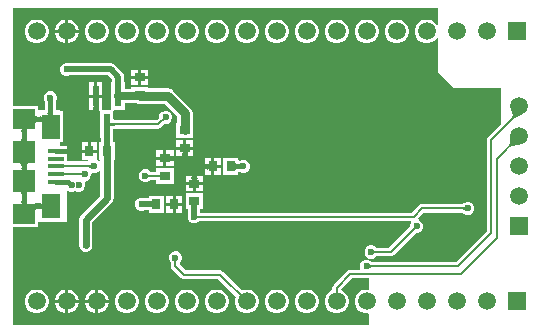
<source format=gbl>
G04*
G04 #@! TF.GenerationSoftware,Altium Limited,Altium Designer,22.4.2 (48)*
G04*
G04 Layer_Physical_Order=2*
G04 Layer_Color=16711680*
%FSLAX26Y26*%
%MOIN*%
G70*
G04*
G04 #@! TF.SameCoordinates,6CEC26E3-1FB6-4E6F-AFBB-73261986176E*
G04*
G04*
G04 #@! TF.FilePolarity,Positive*
G04*
G01*
G75*
%ADD11C,0.023622*%
%ADD13C,0.007874*%
%ADD14R,0.031496X0.037402*%
%ADD15R,0.037402X0.031496*%
%ADD29C,0.015748*%
%ADD30C,0.019685*%
%ADD31C,0.031496*%
%ADD32C,0.059055*%
%ADD33R,0.059055X0.059055*%
%ADD34R,0.059055X0.059055*%
%ADD35C,0.023622*%
%ADD36R,0.023622X0.070866*%
%ADD37R,0.074803X0.070866*%
%ADD38R,0.053150X0.015748*%
%ADD39R,0.062992X0.082677*%
%ADD40R,0.074803X0.074803*%
%ADD41C,0.027559*%
G36*
X1437992Y1024432D02*
X1432992Y1023092D01*
X1431630Y1025452D01*
X1424271Y1032811D01*
X1415257Y1038015D01*
X1405204Y1040709D01*
X1394796D01*
X1384743Y1038015D01*
X1375729Y1032811D01*
X1368370Y1025452D01*
X1363166Y1016438D01*
X1360473Y1006385D01*
Y995977D01*
X1363166Y985924D01*
X1368370Y976911D01*
X1375729Y969551D01*
X1384743Y964347D01*
X1394796Y961654D01*
X1405204D01*
X1415257Y964347D01*
X1424271Y969551D01*
X1431630Y976911D01*
X1432992Y979270D01*
X1437992Y977930D01*
Y864173D01*
X1489173Y812992D01*
X1646653D01*
X1648622Y811024D01*
Y693324D01*
X1605110Y649812D01*
X1602029Y645202D01*
X1600947Y639764D01*
Y333642D01*
X1558644Y291339D01*
X1558071D01*
X1499446Y232714D01*
X1217370D01*
X1217312Y232726D01*
X1217126Y232781D01*
X1216935Y232857D01*
X1216724Y232960D01*
X1216484Y233104D01*
X1216204Y233303D01*
X1215882Y233570D01*
X1215278Y234147D01*
X1214532Y234621D01*
X1212158Y236994D01*
X1204142Y240315D01*
X1195465D01*
X1187448Y236994D01*
X1181313Y230859D01*
X1177992Y222842D01*
Y219488D01*
Y214165D01*
X1179187Y211281D01*
X1176409Y207123D01*
X1145669D01*
X1140231Y206042D01*
X1135621Y202961D01*
X1089952Y157292D01*
X1086872Y152682D01*
X1085790Y147244D01*
Y138296D01*
X1084743Y138015D01*
X1075729Y132811D01*
X1068370Y125452D01*
X1063166Y116438D01*
X1060473Y106385D01*
Y95977D01*
X1063166Y85924D01*
X1068370Y76911D01*
X1075729Y69551D01*
X1084743Y64347D01*
X1094796Y61654D01*
X1105204D01*
X1115257Y64347D01*
X1124271Y69551D01*
X1131630Y76911D01*
X1136834Y85924D01*
X1139527Y95977D01*
Y106385D01*
X1136834Y116438D01*
X1131630Y125452D01*
X1124271Y132811D01*
X1116491Y137303D01*
X1115696Y141563D01*
X1115877Y143025D01*
X1151555Y178703D01*
X1208661D01*
Y143362D01*
X1205204Y140709D01*
X1194796D01*
X1184743Y138015D01*
X1175729Y132811D01*
X1168370Y125452D01*
X1163166Y116438D01*
X1160473Y106385D01*
Y95977D01*
X1163166Y85924D01*
X1168370Y76911D01*
X1175729Y69551D01*
X1184743Y64347D01*
X1194796Y61654D01*
X1205204D01*
X1208661Y59001D01*
Y22238D01*
X22238D01*
Y348268D01*
X105472D01*
Y364173D01*
X200787D01*
Y467543D01*
X205787Y470017D01*
X212197Y467362D01*
X220874D01*
X228346Y470457D01*
X235819Y467362D01*
X244496D01*
X252512Y470683D01*
X258648Y476818D01*
X261969Y484835D01*
Y493512D01*
X259786Y498779D01*
X262929Y503780D01*
X265165D01*
X273182Y507100D01*
X279317Y513236D01*
X282638Y521252D01*
Y525765D01*
X287000Y529370D01*
X295677D01*
X303693Y532691D01*
X307407Y536404D01*
X312407Y534333D01*
Y454093D01*
X248055Y389741D01*
X243234Y382526D01*
X241541Y374016D01*
X241541Y374015D01*
Y331693D01*
Y288386D01*
X241969Y286238D01*
Y284047D01*
X242807Y282024D01*
X243234Y279876D01*
X244451Y278055D01*
X245289Y276031D01*
X246838Y274482D01*
X248055Y272661D01*
X249876Y271444D01*
X251425Y269895D01*
X253448Y269057D01*
X255269Y267840D01*
X257417Y267413D01*
X259441Y266575D01*
X261631D01*
X263779Y266147D01*
X265928Y266575D01*
X268118D01*
X270142Y267413D01*
X272290Y267840D01*
X274111Y269057D01*
X276134Y269895D01*
X277683Y271444D01*
X279504Y272661D01*
X280721Y274482D01*
X282270Y276031D01*
X283108Y278055D01*
X284325Y279876D01*
X284752Y282024D01*
X285591Y284047D01*
Y286238D01*
X286018Y288386D01*
Y331693D01*
Y364804D01*
X350370Y429157D01*
X350371Y429157D01*
X355191Y436372D01*
X356884Y444882D01*
Y567913D01*
Y573661D01*
X360394D01*
Y631063D01*
X354385D01*
Y645512D01*
X355472D01*
Y676546D01*
X358389Y676735D01*
X505906D01*
X511343Y677817D01*
X515953Y680897D01*
X528797Y693740D01*
X534850D01*
X542867Y697061D01*
X548228Y702422D01*
X549002Y703196D01*
X552323Y711213D01*
Y719890D01*
X549002Y727906D01*
X542867Y734042D01*
X534850Y737362D01*
X526173D01*
X518157Y734042D01*
X512021Y727906D01*
X508701Y719890D01*
Y713836D01*
X500019Y705155D01*
X360435D01*
X355472Y709202D01*
Y736378D01*
X358799Y740000D01*
X392874D01*
Y740000D01*
Y761188D01*
X434164D01*
X436192Y760348D01*
X442913Y759463D01*
X525660D01*
X556066Y729057D01*
X567534Y717589D01*
Y697008D01*
X564803D01*
Y645512D01*
X591816D01*
X593504Y645290D01*
X595192Y645512D01*
X622205D01*
Y697008D01*
X619474D01*
Y728346D01*
X618589Y735068D01*
X615995Y741332D01*
X611868Y746710D01*
X554781Y803797D01*
X549402Y807924D01*
X548228Y808410D01*
X543139Y810518D01*
X536417Y811403D01*
X471614D01*
Y814134D01*
X414213D01*
Y809678D01*
X392874D01*
Y830866D01*
X391294D01*
Y850394D01*
X389754Y858136D01*
X385368Y864699D01*
X360762Y889306D01*
X354199Y893691D01*
X346457Y895231D01*
X208940D01*
X205126Y896811D01*
X196449D01*
X188433Y893490D01*
X182297Y887355D01*
X178976Y879338D01*
Y870662D01*
X182297Y862645D01*
X188433Y856510D01*
X196449Y853189D01*
X205126D01*
X208940Y854769D01*
X338077D01*
X350832Y842014D01*
Y830866D01*
X349252D01*
Y795593D01*
X348663Y794711D01*
X346817Y785433D01*
X348663Y776155D01*
X349252Y775274D01*
Y743189D01*
X345002Y738189D01*
X322321D01*
X318071Y740000D01*
X318071Y743189D01*
Y780433D01*
X301260D01*
Y750120D01*
X307951D01*
X307226Y749963D01*
X306577Y749490D01*
X306004Y748703D01*
X305508Y747600D01*
X305088Y746183D01*
X304745Y744451D01*
X304477Y742404D01*
X304332Y740000D01*
X308524D01*
X311850Y736378D01*
Y645512D01*
X313922D01*
Y631063D01*
X308898D01*
Y573661D01*
X312407D01*
Y567913D01*
X305452D01*
X303718Y569647D01*
X302927Y570982D01*
X301339Y573696D01*
X301339Y576059D01*
Y597362D01*
X275591D01*
X249843D01*
Y573661D01*
X271060D01*
X273551Y568661D01*
X272987Y567913D01*
X200945D01*
Y597362D01*
X164370D01*
Y607362D01*
X200945D01*
Y620236D01*
X177165D01*
Y631732D01*
X188150D01*
Y734409D01*
X177165D01*
Y738189D01*
X163893D01*
Y766906D01*
X164160Y767173D01*
X167480Y775189D01*
Y783866D01*
X164160Y791883D01*
X158024Y798018D01*
X150008Y801339D01*
X141331D01*
X133314Y798018D01*
X127179Y791883D01*
X123858Y783866D01*
Y775189D01*
X127179Y767173D01*
X127411Y766941D01*
X127445Y766291D01*
Y738189D01*
X105472D01*
Y754094D01*
X22238D01*
Y1080124D01*
X1437992D01*
Y1024432D01*
D02*
G37*
G36*
X153862Y770949D02*
X153795Y770671D01*
X153736Y770260D01*
X153642Y769036D01*
X153547Y764985D01*
X153543Y763638D01*
X137795D01*
X137402Y771093D01*
X153937D01*
X153862Y770949D01*
D02*
G37*
G36*
X153622Y737023D02*
X153858Y734325D01*
X154252Y731945D01*
X154803Y729882D01*
X155512Y728136D01*
X156378Y726708D01*
X157402Y725598D01*
X158583Y724804D01*
X159921Y724328D01*
X161417Y724169D01*
X129921D01*
X131417Y724328D01*
X132756Y724804D01*
X133937Y725598D01*
X134961Y726708D01*
X135827Y728136D01*
X136536Y729882D01*
X137087Y731945D01*
X137480Y734325D01*
X137717Y737023D01*
X137795Y740038D01*
X153543D01*
X153622Y737023D01*
D02*
G37*
G36*
X1720657Y724200D02*
X1689014Y708053D01*
X1682361Y712535D01*
X1683845Y714279D01*
X1684994Y716207D01*
X1685808Y718318D01*
X1686286Y720614D01*
X1686430Y723093D01*
X1686238Y725756D01*
X1685710Y728604D01*
X1684848Y731635D01*
X1683650Y734850D01*
X1682117Y738248D01*
X1720657Y724200D01*
D02*
G37*
G36*
X345312Y698071D02*
X345552Y697402D01*
X345952Y696811D01*
X346511Y696299D01*
X347231Y695866D01*
X347867Y695610D01*
X352547Y695154D01*
X358780Y694912D01*
X362367Y694882D01*
Y687008D01*
X358780Y686978D01*
X347839Y686269D01*
X347231Y686024D01*
X346511Y685591D01*
X345952Y685079D01*
X345552Y684488D01*
X345312Y683819D01*
X345232Y683071D01*
Y685845D01*
X343847Y685525D01*
X342457Y685071D01*
X341380Y684556D01*
X340617Y683981D01*
Y697909D01*
X341380Y697334D01*
X342457Y696819D01*
X343847Y696365D01*
X345232Y696045D01*
Y698819D01*
X345312Y698071D01*
D02*
G37*
G36*
X95510Y722913D02*
X95982Y721575D01*
X96770Y720394D01*
X97872Y719370D01*
X99289Y718504D01*
X101022Y717795D01*
X103069Y717244D01*
X105330Y716867D01*
X107561Y717233D01*
X109608Y717776D01*
X111341Y718474D01*
X112758Y719327D01*
X113860Y720335D01*
X114648Y721498D01*
X115120Y722816D01*
X115278Y724289D01*
X115398Y692913D01*
X115234Y694409D01*
X114753Y695748D01*
X113957Y696929D01*
X112844Y697953D01*
X111415Y698819D01*
X109671Y699528D01*
X107610Y700079D01*
X105332Y700456D01*
X103069Y700079D01*
X101022Y699528D01*
X99289Y698819D01*
X97872Y697953D01*
X96770Y696929D01*
X95982Y695748D01*
X95510Y694409D01*
X95352Y692913D01*
Y724409D01*
X95510Y722913D01*
D02*
G37*
G36*
X72323Y673310D02*
X70984Y672834D01*
X69803Y672040D01*
X68779Y670929D01*
X67913Y669501D01*
X67205Y667756D01*
X66654Y665693D01*
X66260Y663313D01*
X66024Y660615D01*
X65945Y657600D01*
X50197D01*
X50118Y660615D01*
X49882Y663313D01*
X49488Y665693D01*
X48937Y667756D01*
X48228Y669501D01*
X47362Y670929D01*
X46339Y672040D01*
X45157Y672834D01*
X43819Y673310D01*
X42323Y673468D01*
X73819D01*
X72323Y673310D01*
D02*
G37*
G36*
X66024Y648440D02*
X66260Y645742D01*
X66654Y643362D01*
X67205Y641299D01*
X67913Y639554D01*
X68779Y638126D01*
X69803Y637015D01*
X70984Y636221D01*
X72323Y635745D01*
X73819Y635587D01*
X42323D01*
X43819Y635745D01*
X45157Y636221D01*
X46339Y637015D01*
X47362Y638126D01*
X48228Y639554D01*
X48937Y641299D01*
X49488Y643362D01*
X49882Y645742D01*
X50118Y648440D01*
X50197Y651455D01*
X65945D01*
X66024Y648440D01*
D02*
G37*
G36*
X1708366Y621655D02*
X1703848Y621632D01*
X1695813Y621170D01*
X1692298Y620731D01*
X1689117Y620153D01*
X1686270Y619435D01*
X1683757Y618579D01*
X1681579Y617584D01*
X1679735Y616450D01*
X1678225Y615177D01*
X1672657Y620745D01*
X1673930Y622254D01*
X1675064Y624098D01*
X1676060Y626277D01*
X1676916Y628789D01*
X1677633Y631636D01*
X1678211Y634817D01*
X1678651Y638333D01*
X1679113Y646367D01*
X1679135Y650886D01*
X1708366Y621655D01*
D02*
G37*
G36*
X282904Y542913D02*
X282042Y543736D01*
X281154Y544472D01*
X280240Y545122D01*
X279300Y545685D01*
X278334Y546161D01*
X277343Y546551D01*
X276325Y546854D01*
X275282Y547071D01*
X274212Y547201D01*
X273116Y547244D01*
Y555118D01*
X274212Y555161D01*
X275282Y555291D01*
X276325Y555508D01*
X277343Y555811D01*
X278334Y556201D01*
X279300Y556677D01*
X280240Y557240D01*
X281154Y557890D01*
X282042Y558626D01*
X282904Y559449D01*
Y542913D01*
D02*
G37*
G36*
X72323Y561105D02*
X70984Y560629D01*
X69803Y559836D01*
X68779Y558725D01*
X67913Y557297D01*
X67205Y555551D01*
X66654Y553488D01*
X66272Y551181D01*
X66654Y548874D01*
X67205Y546811D01*
X67913Y545066D01*
X68779Y543637D01*
X69803Y542527D01*
X70984Y541733D01*
X72323Y541257D01*
X73819Y541098D01*
X42323D01*
X43819Y541257D01*
X45157Y541733D01*
X46339Y542527D01*
X47362Y543637D01*
X48228Y545066D01*
X48937Y546811D01*
X49488Y548874D01*
X49870Y551181D01*
X49488Y553488D01*
X48937Y555551D01*
X48228Y557297D01*
X47362Y558725D01*
X46339Y559836D01*
X45157Y560629D01*
X43819Y561105D01*
X42323Y561264D01*
X73819D01*
X72323Y561105D01*
D02*
G37*
G36*
Y466617D02*
X70984Y466141D01*
X69803Y465347D01*
X68779Y464237D01*
X67913Y462808D01*
X67205Y461063D01*
X66654Y459000D01*
X66260Y456620D01*
X66024Y453922D01*
X65945Y450908D01*
X50197D01*
X50118Y453922D01*
X49882Y456620D01*
X49488Y459000D01*
X48937Y461063D01*
X48228Y462808D01*
X47362Y464237D01*
X46339Y465347D01*
X45157Y466141D01*
X43819Y466617D01*
X42323Y466776D01*
X73819D01*
X72323Y466617D01*
D02*
G37*
G36*
X66024Y441747D02*
X66260Y439049D01*
X66654Y436669D01*
X67205Y434606D01*
X67913Y432861D01*
X68779Y431433D01*
X69803Y430322D01*
X70984Y429529D01*
X72323Y429053D01*
X73819Y428894D01*
X42323D01*
X43819Y429053D01*
X45157Y429529D01*
X46339Y430322D01*
X47362Y431433D01*
X48228Y432861D01*
X48937Y434606D01*
X49488Y436669D01*
X49882Y439049D01*
X50118Y441747D01*
X50197Y444762D01*
X65945D01*
X66024Y441747D01*
D02*
G37*
G36*
X115398Y403543D02*
X115239Y405039D01*
X114763Y406378D01*
X113969Y407559D01*
X112859Y408583D01*
X111431Y409449D01*
X109685Y410158D01*
X107622Y410709D01*
X105337Y411087D01*
X103069Y410709D01*
X101022Y410158D01*
X99289Y409449D01*
X97872Y408583D01*
X96770Y407559D01*
X95982Y406378D01*
X95510Y405039D01*
X95352Y403543D01*
Y429014D01*
X95510Y428663D01*
X95982Y428348D01*
X96770Y428071D01*
X97872Y427831D01*
X99289Y427627D01*
X103069Y427332D01*
X103454Y427324D01*
X105242Y427480D01*
X107622Y427874D01*
X109685Y428425D01*
X111431Y429134D01*
X112859Y430000D01*
X113969Y431024D01*
X114763Y432205D01*
X115239Y433543D01*
X115398Y435039D01*
Y403543D01*
D02*
G37*
G36*
X1209100Y225949D02*
X1209988Y225213D01*
X1210902Y224563D01*
X1211841Y224000D01*
X1212807Y223524D01*
X1213799Y223134D01*
X1214816Y222831D01*
X1215860Y222614D01*
X1216930Y222484D01*
X1218025Y222441D01*
Y214567D01*
X1216930Y214524D01*
X1215860Y214394D01*
X1214816Y214177D01*
X1213799Y213874D01*
X1212807Y213484D01*
X1211841Y213008D01*
X1210902Y212445D01*
X1209988Y211795D01*
X1209100Y211059D01*
X1208238Y210236D01*
Y226772D01*
X1209100Y225949D01*
D02*
G37*
%LPC*%
G36*
X205204Y1040709D02*
X205000D01*
Y1006181D01*
X239528D01*
Y1006385D01*
X236834Y1016438D01*
X231630Y1025452D01*
X224270Y1032811D01*
X215257Y1038015D01*
X205204Y1040709D01*
D02*
G37*
G36*
X195000D02*
X194796D01*
X184743Y1038015D01*
X175730Y1032811D01*
X168370Y1025452D01*
X163166Y1016438D01*
X160472Y1006385D01*
Y1006181D01*
X195000D01*
Y1040709D01*
D02*
G37*
G36*
X1305204D02*
X1294796D01*
X1284743Y1038015D01*
X1275729Y1032811D01*
X1268370Y1025452D01*
X1263166Y1016438D01*
X1260473Y1006385D01*
Y995977D01*
X1263166Y985924D01*
X1268370Y976911D01*
X1275729Y969551D01*
X1284743Y964347D01*
X1294796Y961654D01*
X1305204D01*
X1315257Y964347D01*
X1324271Y969551D01*
X1331630Y976911D01*
X1336834Y985924D01*
X1339527Y995977D01*
Y1006385D01*
X1336834Y1016438D01*
X1331630Y1025452D01*
X1324271Y1032811D01*
X1315257Y1038015D01*
X1305204Y1040709D01*
D02*
G37*
G36*
X1205204D02*
X1194796D01*
X1184743Y1038015D01*
X1175729Y1032811D01*
X1168370Y1025452D01*
X1163166Y1016438D01*
X1160473Y1006385D01*
Y995977D01*
X1163166Y985924D01*
X1168370Y976911D01*
X1175729Y969551D01*
X1184743Y964347D01*
X1194796Y961654D01*
X1205204D01*
X1215257Y964347D01*
X1224271Y969551D01*
X1231630Y976911D01*
X1236834Y985924D01*
X1239527Y995977D01*
Y1006385D01*
X1236834Y1016438D01*
X1231630Y1025452D01*
X1224271Y1032811D01*
X1215257Y1038015D01*
X1205204Y1040709D01*
D02*
G37*
G36*
X1105204D02*
X1094796D01*
X1084743Y1038015D01*
X1075729Y1032811D01*
X1068370Y1025452D01*
X1063166Y1016438D01*
X1060473Y1006385D01*
Y995977D01*
X1063166Y985924D01*
X1068370Y976911D01*
X1075729Y969551D01*
X1084743Y964347D01*
X1094796Y961654D01*
X1105204D01*
X1115257Y964347D01*
X1124271Y969551D01*
X1131630Y976911D01*
X1136834Y985924D01*
X1139527Y995977D01*
Y1006385D01*
X1136834Y1016438D01*
X1131630Y1025452D01*
X1124271Y1032811D01*
X1115257Y1038015D01*
X1105204Y1040709D01*
D02*
G37*
G36*
X1005204D02*
X994796D01*
X984743Y1038015D01*
X975730Y1032811D01*
X968370Y1025452D01*
X963166Y1016438D01*
X960472Y1006385D01*
Y995977D01*
X963166Y985924D01*
X968370Y976911D01*
X975730Y969551D01*
X984743Y964347D01*
X994796Y961654D01*
X1005204D01*
X1015257Y964347D01*
X1024271Y969551D01*
X1031630Y976911D01*
X1036834Y985924D01*
X1039527Y995977D01*
Y1006385D01*
X1036834Y1016438D01*
X1031630Y1025452D01*
X1024271Y1032811D01*
X1015257Y1038015D01*
X1005204Y1040709D01*
D02*
G37*
G36*
X905204D02*
X894796D01*
X884743Y1038015D01*
X875730Y1032811D01*
X868370Y1025452D01*
X863166Y1016438D01*
X860472Y1006385D01*
Y995977D01*
X863166Y985924D01*
X868370Y976911D01*
X875730Y969551D01*
X884743Y964347D01*
X894796Y961654D01*
X905204D01*
X915257Y964347D01*
X924270Y969551D01*
X931630Y976911D01*
X936834Y985924D01*
X939528Y995977D01*
Y1006385D01*
X936834Y1016438D01*
X931630Y1025452D01*
X924270Y1032811D01*
X915257Y1038015D01*
X905204Y1040709D01*
D02*
G37*
G36*
X805204D02*
X794796D01*
X784743Y1038015D01*
X775730Y1032811D01*
X768370Y1025452D01*
X763166Y1016438D01*
X760472Y1006385D01*
Y995977D01*
X763166Y985924D01*
X768370Y976911D01*
X775730Y969551D01*
X784743Y964347D01*
X794796Y961654D01*
X805204D01*
X815257Y964347D01*
X824270Y969551D01*
X831630Y976911D01*
X836834Y985924D01*
X839528Y995977D01*
Y1006385D01*
X836834Y1016438D01*
X831630Y1025452D01*
X824270Y1032811D01*
X815257Y1038015D01*
X805204Y1040709D01*
D02*
G37*
G36*
X705204D02*
X694796D01*
X684743Y1038015D01*
X675730Y1032811D01*
X668370Y1025452D01*
X663166Y1016438D01*
X660472Y1006385D01*
Y995977D01*
X663166Y985924D01*
X668370Y976911D01*
X675730Y969551D01*
X684743Y964347D01*
X694796Y961654D01*
X705204D01*
X715257Y964347D01*
X724270Y969551D01*
X731630Y976911D01*
X736834Y985924D01*
X739528Y995977D01*
Y1006385D01*
X736834Y1016438D01*
X731630Y1025452D01*
X724270Y1032811D01*
X715257Y1038015D01*
X705204Y1040709D01*
D02*
G37*
G36*
X605204D02*
X594796D01*
X584743Y1038015D01*
X575730Y1032811D01*
X568370Y1025452D01*
X563166Y1016438D01*
X560472Y1006385D01*
Y995977D01*
X563166Y985924D01*
X568370Y976911D01*
X575730Y969551D01*
X584743Y964347D01*
X594796Y961654D01*
X605204D01*
X615257Y964347D01*
X624270Y969551D01*
X631630Y976911D01*
X636834Y985924D01*
X639528Y995977D01*
Y1006385D01*
X636834Y1016438D01*
X631630Y1025452D01*
X624270Y1032811D01*
X615257Y1038015D01*
X605204Y1040709D01*
D02*
G37*
G36*
X505204D02*
X494796D01*
X484743Y1038015D01*
X475729Y1032811D01*
X468370Y1025452D01*
X463166Y1016438D01*
X460473Y1006385D01*
Y995977D01*
X463166Y985924D01*
X468370Y976911D01*
X475729Y969551D01*
X484743Y964347D01*
X494796Y961654D01*
X505204D01*
X515257Y964347D01*
X524270Y969551D01*
X531630Y976911D01*
X536834Y985924D01*
X539528Y995977D01*
Y1006385D01*
X536834Y1016438D01*
X531630Y1025452D01*
X524270Y1032811D01*
X515257Y1038015D01*
X505204Y1040709D01*
D02*
G37*
G36*
X405204D02*
X394796D01*
X384743Y1038015D01*
X375729Y1032811D01*
X368370Y1025452D01*
X363166Y1016438D01*
X360473Y1006385D01*
Y995977D01*
X363166Y985924D01*
X368370Y976911D01*
X375729Y969551D01*
X384743Y964347D01*
X394796Y961654D01*
X405204D01*
X415257Y964347D01*
X424271Y969551D01*
X431630Y976911D01*
X436834Y985924D01*
X439527Y995977D01*
Y1006385D01*
X436834Y1016438D01*
X431630Y1025452D01*
X424271Y1032811D01*
X415257Y1038015D01*
X405204Y1040709D01*
D02*
G37*
G36*
X305204D02*
X294796D01*
X284743Y1038015D01*
X275729Y1032811D01*
X268370Y1025452D01*
X263166Y1016438D01*
X260473Y1006385D01*
Y995977D01*
X263166Y985924D01*
X268370Y976911D01*
X275729Y969551D01*
X284743Y964347D01*
X294796Y961654D01*
X305204D01*
X315257Y964347D01*
X324271Y969551D01*
X331630Y976911D01*
X336834Y985924D01*
X339527Y995977D01*
Y1006385D01*
X336834Y1016438D01*
X331630Y1025452D01*
X324271Y1032811D01*
X315257Y1038015D01*
X305204Y1040709D01*
D02*
G37*
G36*
X239528Y996181D02*
X205000D01*
Y961654D01*
X205204D01*
X215257Y964347D01*
X224270Y969551D01*
X231630Y976911D01*
X236834Y985924D01*
X239528Y995977D01*
Y996181D01*
D02*
G37*
G36*
X195000D02*
X160472D01*
Y995977D01*
X163166Y985924D01*
X168370Y976911D01*
X175730Y969551D01*
X184743Y964347D01*
X194796Y961654D01*
X195000D01*
Y996181D01*
D02*
G37*
G36*
X105204Y1040709D02*
X94796D01*
X84743Y1038015D01*
X75730Y1032811D01*
X68370Y1025452D01*
X63166Y1016438D01*
X60472Y1006385D01*
Y995977D01*
X63166Y985924D01*
X68370Y976911D01*
X75730Y969551D01*
X84743Y964347D01*
X94796Y961654D01*
X105204D01*
X115257Y964347D01*
X124270Y969551D01*
X131630Y976911D01*
X136834Y985924D01*
X139528Y995977D01*
Y1006385D01*
X136834Y1016438D01*
X131630Y1025452D01*
X124270Y1032811D01*
X115257Y1038015D01*
X105204Y1040709D01*
D02*
G37*
G36*
X471614Y873189D02*
X447913D01*
Y852441D01*
X471614D01*
Y873189D01*
D02*
G37*
G36*
X437913D02*
X414213D01*
Y852441D01*
X437913D01*
Y873189D01*
D02*
G37*
G36*
X471614Y842441D02*
X447913D01*
Y821693D01*
X471614D01*
Y842441D01*
D02*
G37*
G36*
X437913D02*
X414213D01*
Y821693D01*
X437913D01*
Y842441D01*
D02*
G37*
G36*
X318071Y830866D02*
X301260D01*
Y790433D01*
X318071D01*
Y830866D01*
D02*
G37*
G36*
X291260D02*
X274449D01*
Y790433D01*
X291260D01*
Y830866D01*
D02*
G37*
G36*
Y780433D02*
X274449D01*
Y768701D01*
Y740000D01*
X288135D01*
X287775Y744451D01*
X287432Y746183D01*
X287012Y747600D01*
X286515Y748703D01*
X285943Y749490D01*
X285294Y749963D01*
X284569Y750120D01*
X291260D01*
Y780433D01*
D02*
G37*
G36*
X622205Y637953D02*
X598504D01*
Y617205D01*
X622205D01*
Y637953D01*
D02*
G37*
G36*
X588504D02*
X564803D01*
Y617205D01*
X588504D01*
Y637953D01*
D02*
G37*
G36*
X301339Y631063D02*
X280591D01*
Y607362D01*
X301339D01*
Y631063D01*
D02*
G37*
G36*
X270591D02*
X249843D01*
Y607362D01*
X270591D01*
Y631063D01*
D02*
G37*
G36*
X556260Y604488D02*
X532559D01*
Y578740D01*
Y552992D01*
X544998D01*
X545056Y552974D01*
X545257Y552992D01*
X545758D01*
X546140Y552916D01*
X546521Y552992D01*
X548228D01*
D01*
X556260D01*
Y570559D01*
X556219Y570556D01*
X553856Y570168D01*
X551809Y569625D01*
X550077Y568928D01*
X548660Y568075D01*
X547557Y567067D01*
X546770Y565904D01*
X546297Y564585D01*
X546140Y563112D01*
Y594368D01*
X546297Y592895D01*
X546770Y591577D01*
X547557Y590414D01*
X548660Y589405D01*
X550077Y588553D01*
X551809Y587855D01*
X553856Y587312D01*
X556219Y586924D01*
X556260Y586921D01*
Y604488D01*
D02*
G37*
G36*
X622205Y607205D02*
X598504D01*
Y596697D01*
X609252D01*
X607756Y596538D01*
X606417Y596062D01*
X605236Y595269D01*
X604212Y594158D01*
X603346Y592730D01*
X602638Y590984D01*
X602087Y588922D01*
X601693Y586541D01*
X601686Y586457D01*
X622205D01*
Y607205D01*
D02*
G37*
G36*
X588504D02*
X564803D01*
Y586457D01*
X585322D01*
X585315Y586541D01*
X584921Y588922D01*
X584370Y590984D01*
X583661Y592730D01*
X582795Y594158D01*
X581772Y595269D01*
X580591Y596062D01*
X579252Y596538D01*
X577756Y596697D01*
X588504D01*
Y607205D01*
D02*
G37*
G36*
X522559Y604488D02*
X498858D01*
Y583740D01*
X522559D01*
Y604488D01*
D02*
G37*
G36*
X712756Y579882D02*
X692008D01*
Y556181D01*
X712756D01*
Y579882D01*
D02*
G37*
G36*
X682008D02*
X661260D01*
Y559363D01*
X661344Y559370D01*
X663725Y559764D01*
X665787Y560315D01*
X667533Y561024D01*
X668961Y561890D01*
X670072Y562913D01*
X670865Y564095D01*
X671341Y565433D01*
X671500Y566929D01*
Y556181D01*
X682008D01*
Y579882D01*
D02*
G37*
G36*
X522559Y573740D02*
X498858D01*
Y552992D01*
X522559D01*
Y573740D01*
D02*
G37*
G36*
X682008Y546181D02*
X671500D01*
Y535433D01*
X671341Y536929D01*
X670865Y538268D01*
X670072Y539449D01*
X668961Y540472D01*
X667533Y541339D01*
X665787Y542047D01*
X663725Y542598D01*
X661344Y542992D01*
X661260Y543000D01*
Y522480D01*
X682008D01*
Y546181D01*
D02*
G37*
G36*
X556260Y545433D02*
X498858D01*
Y533895D01*
X479234D01*
X474953Y538176D01*
X466937Y541496D01*
X458260D01*
X450243Y538176D01*
X444108Y532040D01*
X440787Y524024D01*
Y515346D01*
X444108Y507330D01*
X450243Y501195D01*
X458260Y497874D01*
X466937D01*
X474953Y501195D01*
X479234Y505475D01*
X498858D01*
Y493937D01*
X548228D01*
D01*
X556260D01*
Y545433D01*
D02*
G37*
G36*
X771811Y579882D02*
X720315D01*
Y522480D01*
X771811D01*
Y532662D01*
X773058Y532870D01*
X774039Y532957D01*
X776749D01*
X777015Y532691D01*
X785032Y529370D01*
X793709D01*
X801725Y532691D01*
X807861Y538826D01*
X811181Y546843D01*
Y555520D01*
X807861Y563536D01*
X801725Y569672D01*
X793709Y572992D01*
X785032D01*
X777015Y569672D01*
X776783Y569440D01*
X776702Y569435D01*
X771811Y571038D01*
Y579882D01*
D02*
G37*
G36*
X712756Y546181D02*
X692008D01*
Y522480D01*
X712756D01*
Y546181D01*
D02*
G37*
G36*
X653701Y519842D02*
X633182D01*
X633189Y519758D01*
X633583Y517378D01*
X634134Y515315D01*
X634842Y513569D01*
X635709Y512141D01*
X636732Y511031D01*
X637913Y510237D01*
X639252Y509761D01*
X640748Y509602D01*
X630000D01*
Y499094D01*
X653701D01*
Y519842D01*
D02*
G37*
G36*
X616818D02*
X596299D01*
Y499094D01*
X620000D01*
Y509602D01*
X609252D01*
X610748Y509761D01*
X612087Y510237D01*
X613268Y511031D01*
X614291Y512141D01*
X615158Y513569D01*
X615866Y515315D01*
X616417Y517378D01*
X616811Y519758D01*
X616818Y519842D01*
D02*
G37*
G36*
X653701Y489094D02*
X630000D01*
Y468346D01*
X653701D01*
Y489094D01*
D02*
G37*
G36*
X620000D02*
X596299D01*
Y468346D01*
X620000D01*
Y489094D01*
D02*
G37*
G36*
X524764Y453898D02*
X473268D01*
Y445428D01*
X457956D01*
X454142Y447008D01*
X445465D01*
X437448Y443687D01*
X431313Y437552D01*
X427992Y429535D01*
Y420858D01*
X431313Y412842D01*
X437448Y406706D01*
X445465Y403386D01*
X454142D01*
X457956Y404966D01*
X473268D01*
Y396496D01*
X524764D01*
Y453898D01*
D02*
G37*
G36*
X583819D02*
X563071D01*
Y430197D01*
X583819D01*
Y453898D01*
D02*
G37*
G36*
X553071D02*
X532323D01*
Y430197D01*
X553071D01*
Y453898D01*
D02*
G37*
G36*
X583819Y420197D02*
X563071D01*
Y396496D01*
X583819D01*
Y420197D01*
D02*
G37*
G36*
X553071D02*
X532323D01*
Y396496D01*
X553071D01*
Y420197D01*
D02*
G37*
G36*
X653701Y460787D02*
X596299D01*
Y409291D01*
X604769D01*
Y391026D01*
X603189Y387212D01*
Y378536D01*
X606510Y370519D01*
X612645Y364384D01*
X620662Y361063D01*
X629338D01*
X637355Y364384D01*
X641635Y368664D01*
X1346049D01*
X1347963Y364045D01*
X1347651Y363733D01*
X1344331Y355716D01*
Y349663D01*
X1286006Y291339D01*
X1274626Y279958D01*
X1231202D01*
X1226922Y284238D01*
X1218905Y287559D01*
X1210228D01*
X1202212Y284238D01*
X1196076Y278103D01*
X1192756Y270087D01*
Y261409D01*
X1193239Y260244D01*
X1195121Y255700D01*
X1196076Y253393D01*
X1202212Y247257D01*
X1210228Y243937D01*
X1218905D01*
X1226922Y247257D01*
X1231202Y251538D01*
X1280512D01*
X1285950Y252620D01*
X1290560Y255700D01*
X1364427Y329567D01*
X1370480D01*
X1378497Y332887D01*
X1384632Y339023D01*
X1387953Y347039D01*
Y355716D01*
X1384632Y363733D01*
X1378497Y369868D01*
X1373511Y371934D01*
X1372314Y377808D01*
X1391713Y397207D01*
X1519835D01*
X1519893Y397195D01*
X1520079Y397140D01*
X1520270Y397065D01*
X1520481Y396961D01*
X1520721Y396817D01*
X1521000Y396618D01*
X1521323Y396351D01*
X1521927Y395774D01*
X1522673Y395301D01*
X1525047Y392927D01*
X1533063Y389606D01*
X1541740D01*
X1549756Y392927D01*
X1555892Y399062D01*
X1557992Y404132D01*
X1559213Y407079D01*
Y415756D01*
X1557992Y418703D01*
D01*
X1555892Y423772D01*
X1549756Y429908D01*
X1541740Y433228D01*
X1533063D01*
X1525047Y429908D01*
X1522673Y427534D01*
X1521927Y427060D01*
X1521323Y426484D01*
X1521000Y426216D01*
X1520721Y426018D01*
X1520481Y425874D01*
X1520270Y425770D01*
X1520079Y425695D01*
X1519892Y425639D01*
X1519835Y425627D01*
X1385827D01*
X1380389Y424546D01*
X1375779Y421465D01*
X1351398Y397084D01*
X645231D01*
Y409291D01*
X653701D01*
Y460787D01*
D02*
G37*
G36*
X566346Y268858D02*
X557669D01*
X553228Y267019D01*
X552915Y267228D01*
X552842Y266859D01*
X549653Y265538D01*
X543517Y259402D01*
X540197Y251386D01*
Y242709D01*
X543517Y234692D01*
X547798Y230412D01*
Y219488D01*
X548880Y214050D01*
X551960Y209440D01*
X581487Y179913D01*
X586097Y176832D01*
X591535Y175751D01*
X705335D01*
X763708Y117377D01*
X763166Y116438D01*
X760472Y106385D01*
Y95977D01*
X763166Y85924D01*
X768370Y76911D01*
X775730Y69551D01*
X784743Y64347D01*
X794796Y61654D01*
X805204D01*
X815257Y64347D01*
X824270Y69551D01*
X831630Y76911D01*
X836834Y85924D01*
X839528Y95977D01*
Y106385D01*
X836834Y116438D01*
X831630Y125452D01*
X824270Y132811D01*
X815257Y138015D01*
X805204Y140709D01*
X794796D01*
X784743Y138015D01*
X783804Y137473D01*
X721269Y200009D01*
X716658Y203089D01*
X711221Y204171D01*
X597421D01*
X582104Y219488D01*
X576218Y225374D01*
Y230412D01*
X580498Y234692D01*
X583819Y242709D01*
Y251386D01*
X582221Y255244D01*
X580498Y259402D01*
X574363Y265538D01*
X566346Y268858D01*
D02*
G37*
G36*
X205204Y140709D02*
X205000D01*
Y106181D01*
X239528D01*
Y106385D01*
X236834Y116438D01*
X231630Y125452D01*
X224270Y132811D01*
X215257Y138015D01*
X205204Y140709D01*
D02*
G37*
G36*
X305204D02*
X305000D01*
Y106181D01*
X339527D01*
Y106385D01*
X336834Y116438D01*
X331630Y125452D01*
X324271Y132811D01*
X315257Y138015D01*
X305204Y140709D01*
D02*
G37*
G36*
X195000D02*
X194796D01*
X184743Y138015D01*
X175730Y132811D01*
X168370Y125452D01*
X163166Y116438D01*
X160472Y106385D01*
Y106181D01*
X195000D01*
Y140709D01*
D02*
G37*
G36*
X295000D02*
X294796D01*
X284743Y138015D01*
X275729Y132811D01*
X268370Y125452D01*
X263166Y116438D01*
X260473Y106385D01*
Y106181D01*
X295000D01*
Y140709D01*
D02*
G37*
G36*
X1005204D02*
X994796D01*
X984743Y138015D01*
X975730Y132811D01*
X968370Y125452D01*
X963166Y116438D01*
X960472Y106385D01*
Y95977D01*
X963166Y85924D01*
X968370Y76911D01*
X975730Y69551D01*
X984743Y64347D01*
X994796Y61654D01*
X1005204D01*
X1015257Y64347D01*
X1024271Y69551D01*
X1031630Y76911D01*
X1036834Y85924D01*
X1039527Y95977D01*
Y106385D01*
X1036834Y116438D01*
X1031630Y125452D01*
X1024271Y132811D01*
X1015257Y138015D01*
X1005204Y140709D01*
D02*
G37*
G36*
X905204D02*
X894796D01*
X884743Y138015D01*
X875730Y132811D01*
X868370Y125452D01*
X863166Y116438D01*
X860472Y106385D01*
Y95977D01*
X863166Y85924D01*
X868370Y76911D01*
X875730Y69551D01*
X884743Y64347D01*
X894796Y61654D01*
X905204D01*
X915257Y64347D01*
X924270Y69551D01*
X931630Y76911D01*
X936834Y85924D01*
X939528Y95977D01*
Y106385D01*
X936834Y116438D01*
X931630Y125452D01*
X924270Y132811D01*
X915257Y138015D01*
X905204Y140709D01*
D02*
G37*
G36*
X705204D02*
X694796D01*
X684743Y138015D01*
X675730Y132811D01*
X668370Y125452D01*
X663166Y116438D01*
X660472Y106385D01*
Y95977D01*
X663166Y85924D01*
X668370Y76911D01*
X675730Y69551D01*
X684743Y64347D01*
X694796Y61654D01*
X705204D01*
X715257Y64347D01*
X724270Y69551D01*
X731630Y76911D01*
X736834Y85924D01*
X739528Y95977D01*
Y106385D01*
X736834Y116438D01*
X731630Y125452D01*
X724270Y132811D01*
X715257Y138015D01*
X705204Y140709D01*
D02*
G37*
G36*
X605204D02*
X594796D01*
X584743Y138015D01*
X575730Y132811D01*
X568370Y125452D01*
X563166Y116438D01*
X560472Y106385D01*
Y95977D01*
X563166Y85924D01*
X568370Y76911D01*
X575730Y69551D01*
X584743Y64347D01*
X594796Y61654D01*
X605204D01*
X615257Y64347D01*
X624270Y69551D01*
X631630Y76911D01*
X636834Y85924D01*
X639528Y95977D01*
Y106385D01*
X636834Y116438D01*
X631630Y125452D01*
X624270Y132811D01*
X615257Y138015D01*
X605204Y140709D01*
D02*
G37*
G36*
X505204D02*
X494796D01*
X484743Y138015D01*
X475729Y132811D01*
X468370Y125452D01*
X463166Y116438D01*
X460473Y106385D01*
Y95977D01*
X463166Y85924D01*
X468370Y76911D01*
X475729Y69551D01*
X484743Y64347D01*
X494796Y61654D01*
X505204D01*
X515257Y64347D01*
X524270Y69551D01*
X531630Y76911D01*
X536834Y85924D01*
X539528Y95977D01*
Y106385D01*
X536834Y116438D01*
X531630Y125452D01*
X524270Y132811D01*
X515257Y138015D01*
X505204Y140709D01*
D02*
G37*
G36*
X405204D02*
X394796D01*
X384743Y138015D01*
X375729Y132811D01*
X368370Y125452D01*
X363166Y116438D01*
X360473Y106385D01*
Y95977D01*
X363166Y85924D01*
X368370Y76911D01*
X375729Y69551D01*
X384743Y64347D01*
X394796Y61654D01*
X405204D01*
X415257Y64347D01*
X424271Y69551D01*
X431630Y76911D01*
X436834Y85924D01*
X439527Y95977D01*
Y106385D01*
X436834Y116438D01*
X431630Y125452D01*
X424271Y132811D01*
X415257Y138015D01*
X405204Y140709D01*
D02*
G37*
G36*
X339527Y96181D02*
X305000D01*
Y61654D01*
X305204D01*
X315257Y64347D01*
X324271Y69551D01*
X331630Y76911D01*
X336834Y85924D01*
X339527Y95977D01*
Y96181D01*
D02*
G37*
G36*
X295000D02*
X260473D01*
Y95977D01*
X263166Y85924D01*
X268370Y76911D01*
X275729Y69551D01*
X284743Y64347D01*
X294796Y61654D01*
X295000D01*
Y96181D01*
D02*
G37*
G36*
X239528D02*
X205000D01*
Y61654D01*
X205204D01*
X215257Y64347D01*
X224270Y69551D01*
X231630Y76911D01*
X236834Y85924D01*
X239528Y95977D01*
Y96181D01*
D02*
G37*
G36*
X195000D02*
X160472D01*
Y95977D01*
X163166Y85924D01*
X168370Y76911D01*
X175730Y69551D01*
X184743Y64347D01*
X194796Y61654D01*
X195000D01*
Y96181D01*
D02*
G37*
G36*
X105204Y140709D02*
X94796D01*
X84743Y138015D01*
X75730Y132811D01*
X68370Y125452D01*
X63166Y116438D01*
X60472Y106385D01*
Y95977D01*
X63166Y85924D01*
X68370Y76911D01*
X75730Y69551D01*
X84743Y64347D01*
X94796Y61654D01*
X105204D01*
X115257Y64347D01*
X124270Y69551D01*
X131630Y76911D01*
X136834Y85924D01*
X139528Y95977D01*
Y106385D01*
X136834Y116438D01*
X131630Y125452D01*
X124270Y132811D01*
X115257Y138015D01*
X105204Y140709D01*
D02*
G37*
%LPD*%
G36*
X509098Y511811D02*
X509018Y512559D01*
X508779Y513228D01*
X508379Y513819D01*
X507819Y514331D01*
X507100Y514764D01*
X506221Y515118D01*
X505181Y515394D01*
X503982Y515591D01*
X502623Y515709D01*
X501104Y515748D01*
Y523622D01*
X502623Y523661D01*
X503982Y523779D01*
X505181Y523976D01*
X506221Y524252D01*
X507100Y524606D01*
X507819Y525039D01*
X508379Y525551D01*
X508779Y526142D01*
X509018Y526811D01*
X509098Y527559D01*
Y511811D01*
D02*
G37*
G36*
X761848Y565433D02*
X762321Y564095D01*
X763108Y562913D01*
X764211Y561890D01*
X765628Y561024D01*
X767360Y560315D01*
X769408Y559764D01*
X771770Y559370D01*
X774447Y559134D01*
X774796Y559125D01*
X780935Y559449D01*
Y542913D01*
X780791Y542988D01*
X780514Y543055D01*
X780102Y543114D01*
X778879Y543209D01*
X776133Y543273D01*
X774447Y543228D01*
X771770Y542992D01*
X769408Y542598D01*
X767360Y542047D01*
X765628Y541339D01*
X764211Y540472D01*
X763108Y539449D01*
X762321Y538268D01*
X761848Y536929D01*
X761691Y535433D01*
Y566929D01*
X761848Y565433D01*
D02*
G37*
G36*
X1528967Y403150D02*
X1528105Y403972D01*
X1527217Y404709D01*
X1526303Y405358D01*
X1525363Y405921D01*
X1524398Y406398D01*
X1523406Y406787D01*
X1522388Y407091D01*
X1521345Y407307D01*
X1520275Y407437D01*
X1519179Y407480D01*
Y415354D01*
X1520275Y415398D01*
X1521345Y415527D01*
X1522388Y415744D01*
X1523406Y416047D01*
X1524398Y416437D01*
X1525363Y416913D01*
X1526303Y417476D01*
X1527217Y418126D01*
X1528105Y418862D01*
X1528967Y419685D01*
Y403150D01*
D02*
G37*
D11*
X334646Y444882D02*
Y602362D01*
X263779Y374016D02*
X334646Y444882D01*
X263779Y288386D02*
Y374016D01*
D13*
X625000Y382874D02*
X1357284D01*
X1385827Y411417D02*
X1537402D01*
X1357284Y382874D02*
X1385827Y411417D01*
X462598Y519685D02*
X527559D01*
X1100000Y101181D02*
Y147244D01*
X1145669Y192913D02*
X1515748D01*
X1100000Y147244D02*
X1145669Y192913D01*
X1199803Y218504D02*
X1505905D01*
X1615158Y327756D01*
X1280512Y265748D02*
X1366142Y351378D01*
X1214567Y265748D02*
X1280512D01*
X1615158Y639764D02*
X1698868Y723475D01*
X1615158Y327756D02*
Y639764D01*
X1515748Y192913D02*
X1634842Y312008D01*
Y577362D01*
X1708661Y651181D01*
X711221Y189961D02*
X800000Y101181D01*
X591535Y189961D02*
X711221D01*
X562008Y219488D02*
X591535Y189961D01*
X562008Y219488D02*
Y247047D01*
X505906Y690945D02*
X530512Y715551D01*
X333661Y690945D02*
X505906D01*
X164370Y551181D02*
X291339D01*
X260335Y525098D02*
X260827Y524606D01*
X164370Y525591D02*
X164862Y525098D01*
X260335D01*
X1698868Y723475D02*
Y741388D01*
X1708661Y751181D01*
X213583Y489173D02*
X216535D01*
D14*
X275591Y602362D02*
D03*
X334646D02*
D03*
X746063Y551181D02*
D03*
X687008D02*
D03*
X558071Y425197D02*
D03*
X499016D02*
D03*
D15*
X442913Y847441D02*
D03*
Y788386D02*
D03*
X593504Y612205D02*
D03*
Y671260D02*
D03*
X527559Y519685D02*
D03*
Y578740D02*
D03*
X625000Y435039D02*
D03*
Y494094D02*
D03*
D29*
Y545275D01*
X624016Y546260D02*
X625000Y545275D01*
X643701Y551181D02*
X687008D01*
X642716Y550197D02*
X643701Y551181D01*
X593504Y574803D02*
Y612205D01*
X570866Y578740D02*
X576772Y572835D01*
X527559Y578740D02*
X570866D01*
X296260Y722441D02*
Y785433D01*
X295276Y721457D02*
X296260Y722441D01*
X164370Y602362D02*
X214567D01*
X746063Y551181D02*
X789370D01*
X123031Y708661D02*
X145669Y686024D01*
X146654Y685039D01*
X145669Y686024D02*
Y779528D01*
X58071Y598425D02*
Y708661D01*
X123031D01*
X58071Y503937D02*
Y598425D01*
Y393701D02*
Y503937D01*
Y393701D02*
X83661Y419291D01*
X146654D01*
X164370Y500000D02*
X202756D01*
X213583Y489173D01*
D30*
X625000Y382874D02*
Y435039D01*
X449803Y425197D02*
X499016D01*
X200787Y875000D02*
X346457D01*
X371063Y850394D01*
Y785433D02*
Y850394D01*
X334154Y602854D02*
Y690453D01*
Y602854D02*
X334646Y602362D01*
X333661Y690945D02*
X334154Y690453D01*
D31*
X442913Y785433D02*
X536417D01*
X593504Y728346D01*
Y671260D02*
Y728346D01*
D32*
X1708661Y751181D02*
D03*
Y651181D02*
D03*
Y551181D02*
D03*
Y451181D02*
D03*
X100000Y1001181D02*
D03*
X200000D02*
D03*
X300000D02*
D03*
X400000D02*
D03*
X500000D02*
D03*
X600000D02*
D03*
X700000D02*
D03*
X800000D02*
D03*
X900000D02*
D03*
X1000000D02*
D03*
X1100000D02*
D03*
X1200000D02*
D03*
X1300000D02*
D03*
X1400000D02*
D03*
X1500000D02*
D03*
X1600000D02*
D03*
Y101181D02*
D03*
X1500000D02*
D03*
X1400000D02*
D03*
X1300000D02*
D03*
X1200000D02*
D03*
X1100000D02*
D03*
X1000000D02*
D03*
X900000D02*
D03*
X800000D02*
D03*
X700000D02*
D03*
X600000D02*
D03*
X500000D02*
D03*
X400000D02*
D03*
X300000D02*
D03*
X200000D02*
D03*
X100000D02*
D03*
D33*
X1708661Y351181D02*
D03*
D34*
X1700000Y1001181D02*
D03*
Y101181D02*
D03*
D35*
X240157Y489173D02*
D03*
X1101378Y796260D02*
D03*
X1233268Y426181D02*
D03*
X1078740Y423228D02*
D03*
X1420276Y376969D02*
D03*
X1493110D02*
D03*
X1537402Y411417D02*
D03*
X593504Y699803D02*
D03*
X1077756Y717520D02*
D03*
X957677Y501969D02*
D03*
X1196850Y597441D02*
D03*
X462598Y519685D02*
D03*
X1199803Y218504D02*
D03*
X1214567Y265748D02*
D03*
X1366142Y351378D02*
D03*
X635827Y715551D02*
D03*
X782480Y604331D02*
D03*
X466535Y565945D02*
D03*
X530512Y715551D02*
D03*
X562008Y247047D02*
D03*
X593504Y271654D02*
D03*
X789370Y551181D02*
D03*
X625000Y382874D02*
D03*
X449803Y425197D02*
D03*
X593504Y728346D02*
D03*
X200787Y875000D02*
D03*
X207677Y775591D02*
D03*
X263779Y288386D02*
D03*
X291339Y551181D02*
D03*
X260827Y525591D02*
D03*
X1595473Y671260D02*
D03*
X1504921Y705709D02*
D03*
X1628937Y789370D02*
D03*
X1495079Y580709D02*
D03*
X1384843Y779528D02*
D03*
X1377953Y644685D02*
D03*
X1207677Y769685D02*
D03*
X1352362Y512795D02*
D03*
X145669Y779528D02*
D03*
X216535Y489173D02*
D03*
D36*
X296260Y785433D02*
D03*
X371063D02*
D03*
X333661Y690945D02*
D03*
D37*
X58071Y708661D02*
D03*
Y393701D02*
D03*
D38*
X164370Y525591D02*
D03*
Y602362D02*
D03*
Y576772D02*
D03*
Y551181D02*
D03*
Y500000D02*
D03*
D39*
X146654Y683071D02*
D03*
Y419291D02*
D03*
D40*
X58071Y503937D02*
D03*
Y598425D02*
D03*
D41*
X371063Y785433D02*
X442913D01*
Y788386D02*
X444882Y786417D01*
X447835D01*
M02*

</source>
